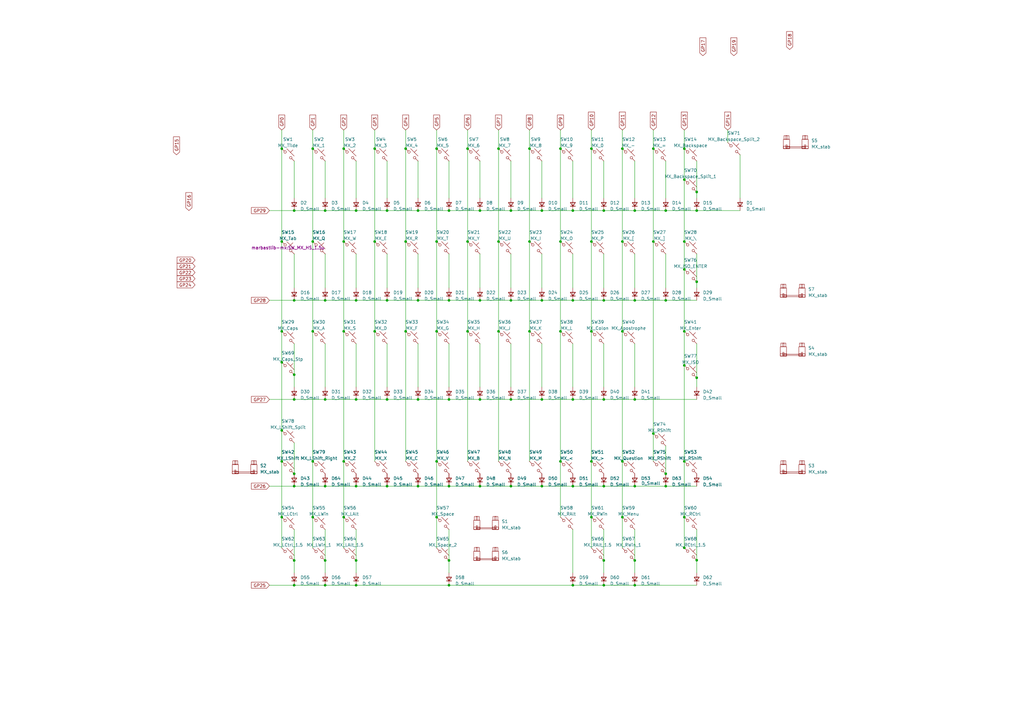
<source format=kicad_sch>
(kicad_sch (version 20230121) (generator eeschema)
  (paper "A3")
  (lib_symbols
    (symbol "Device:D_Small" (pin_numbers hide) (pin_names (offset 0.254) hide)
      (property "Reference" "D" (at -1.27 2.032 0))
      (property "Value" "D_Small" (at -3.81 -2.032 0))
      (symbol "D_Small_1_1"
        (pin passive line (at -2.54 0 0) (length 1.778) (name "K") (number "1"))
        (pin passive line (at 2.54 0 180) (length 1.778) (name "A") (number "2"))
      )
    )
    (symbol "marbastlib-mx:MX_SW_solder" (pin_numbers hide) (pin_names (offset 1.016) hide)
      (property "Reference" "SW" (at 3.048 1.016 0))
      (property "Value" "MX_SW_solder" (at 0 -3.81 0))
      (symbol "MX_SW_solder_0_1"
        (pin passive line (at -2.54 2.54 0) (length 0) (name "1") (number "1"))
        (pin passive line (at 2.54 -2.54 180) (length 0) (name "2") (number "2"))
      )
    )
    (symbol "marbastlib-mx:MX_stab" (pin_names (offset 1.016))
      (property "Reference" "S" (at -5.08 6.35 0))
      (property "Value" "MX_stab" (at -5.08 3.81 0))
    )
  )
  (junction (at 217.17 135.89))
  (junction (at 280.67 212.09))
  (junction (at 280.67 73.66))
  (junction (at 222.25 199.39))
  (junction (at 217.17 99.06))
  (junction (at 158.75 199.39))
  (junction (at 234.95 86.36))
  (junction (at 273.05 86.36))
  (junction (at 260.35 86.36))
  (junction (at 128.27 135.89))
  (junction (at 120.65 229.87))
  (junction (at 285.75 115.57))
  (junction (at 191.77 60.96))
  (junction (at 115.57 135.89))
  (junction (at 158.75 123.19))
  (junction (at 260.35 199.39))
  (junction (at 115.57 176.53))
  (junction (at 196.85 199.39))
  (junction (at 128.27 212.09))
  (junction (at 179.07 60.96))
  (junction (at 204.47 99.06))
  (junction (at 153.67 135.89))
  (junction (at 209.55 123.19))
  (junction (at 209.55 199.39))
  (junction (at 184.15 199.39))
  (junction (at 171.45 123.19))
  (junction (at 120.65 163.83))
  (junction (at 267.97 99.06))
  (junction (at 229.87 189.23))
  (junction (at 166.37 135.89))
  (junction (at 153.67 60.96))
  (junction (at 234.95 240.03))
  (junction (at 184.15 240.03))
  (junction (at 260.35 163.83))
  (junction (at 204.47 60.96))
  (junction (at 140.97 60.96))
  (junction (at 234.95 199.39))
  (junction (at 242.57 212.09))
  (junction (at 120.65 194.31))
  (junction (at 153.67 99.06))
  (junction (at 255.27 212.09))
  (junction (at 234.95 163.83))
  (junction (at 140.97 212.09))
  (junction (at 140.97 99.06))
  (junction (at 184.15 163.83))
  (junction (at 146.05 123.19))
  (junction (at 133.35 123.19))
  (junction (at 196.85 163.83))
  (junction (at 247.65 86.36))
  (junction (at 120.65 123.19))
  (junction (at 280.67 110.49))
  (junction (at 234.95 123.19))
  (junction (at 229.87 135.89))
  (junction (at 133.35 240.03))
  (junction (at 204.47 135.89))
  (junction (at 273.05 123.19))
  (junction (at 120.65 153.67))
  (junction (at 247.65 163.83))
  (junction (at 115.57 99.06))
  (junction (at 179.07 99.06))
  (junction (at 280.67 99.06))
  (junction (at 196.85 123.19))
  (junction (at 146.05 199.39))
  (junction (at 179.07 212.09))
  (junction (at 260.35 123.19))
  (junction (at 222.25 163.83))
  (junction (at 229.87 60.96))
  (junction (at 285.75 229.7596))
  (junction (at 247.65 199.39))
  (junction (at 267.97 177.8))
  (junction (at 273.05 194.31))
  (junction (at 267.97 60.96))
  (junction (at 209.55 163.83))
  (junction (at 285.75 154.94))
  (junction (at 171.45 199.39))
  (junction (at 146.05 229.87))
  (junction (at 158.75 86.36))
  (junction (at 140.97 189.23))
  (junction (at 260.35 240.03))
  (junction (at 140.97 135.89))
  (junction (at 166.37 99.06))
  (junction (at 247.65 240.03))
  (junction (at 222.25 123.19))
  (junction (at 179.07 135.89))
  (junction (at 115.57 189.23))
  (junction (at 196.85 86.36))
  (junction (at 280.67 60.96))
  (junction (at 280.67 189.23))
  (junction (at 171.45 163.83))
  (junction (at 255.27 135.89))
  (junction (at 242.57 189.23))
  (junction (at 247.65 123.19))
  (junction (at 217.17 60.96))
  (junction (at 171.45 86.36))
  (junction (at 242.57 60.96))
  (junction (at 285.75 86.36))
  (junction (at 255.27 189.23))
  (junction (at 115.57 212.09))
  (junction (at 255.27 60.96))
  (junction (at 133.35 163.83))
  (junction (at 247.65 229.87))
  (junction (at 285.75 78.74))
  (junction (at 273.05 199.39))
  (junction (at 242.57 135.89))
  (junction (at 191.77 135.89))
  (junction (at 222.25 86.36))
  (junction (at 229.87 99.06))
  (junction (at 158.75 163.83))
  (junction (at 146.05 163.83))
  (junction (at 184.15 86.36))
  (junction (at 146.05 240.03))
  (junction (at 184.15 123.19))
  (junction (at 280.67 135.89))
  (junction (at 242.57 99.06))
  (junction (at 260.35 229.87))
  (junction (at 120.65 86.36))
  (junction (at 280.67 224.6796))
  (junction (at 146.05 86.36))
  (junction (at 115.57 60.96))
  (junction (at 120.65 240.03))
  (junction (at 133.35 199.39))
  (junction (at 128.27 99.06))
  (junction (at 133.35 229.87))
  (junction (at 115.57 148.59))
  (junction (at 128.27 60.96))
  (junction (at 120.65 199.39))
  (junction (at 166.37 60.96))
  (junction (at 209.55 86.36))
  (junction (at 191.77 99.06))
  (junction (at 128.27 189.23))
  (junction (at 179.07 189.23))
  (junction (at 255.27 99.06))
  (junction (at 133.35 86.36))
  (junction (at 184.15 229.87))
  (junction (at 280.67 149.86))
  (wire (pts (xy 184.15 158.75) (xy 184.15 140.97)))
  (wire (pts (xy 234.95 123.19) (xy 247.65 123.19)))
  (wire (pts (xy 171.45 86.36) (xy 184.15 86.36)))
  (wire (pts (xy 179.07 99.06) (xy 179.07 135.89)))
  (wire (pts (xy 171.45 158.75) (xy 171.45 140.97)))
  (wire (pts (xy 222.25 163.83) (xy 234.95 163.83)))
  (wire (pts (xy 196.85 123.19) (xy 209.55 123.19)))
  (wire (pts (xy 222.25 158.75) (xy 222.25 140.97)))
  (wire (pts (xy 171.45 163.83) (xy 184.15 163.83)))
  (wire (pts (xy 285.75 234.95) (xy 285.75 229.7596)))
  (wire (pts (xy 128.27 212.09) (xy 128.27 224.79)))
  (wire (pts (xy 120.65 163.83) (xy 133.35 163.83)))
  (wire (pts (xy 255.27 60.96) (xy 255.27 99.06)))
  (wire (pts (xy 280.67 212.09) (xy 280.67 224.6796)))
  (wire (pts (xy 191.77 99.06) (xy 191.77 135.89)))
  (wire (pts (xy 285.75 78.74) (xy 285.75 66.04)))
  (wire (pts (xy 234.95 240.03) (xy 247.65 240.03)))
  (wire (pts (xy 285.75 115.57) (xy 285.75 104.14)))
  (wire (pts (xy 146.05 118.11) (xy 146.05 104.14)))
  (wire (pts (xy 184.15 86.36) (xy 196.85 86.36)))
  (wire (pts (xy 184.15 229.87) (xy 184.15 217.17)))
  (wire (pts (xy 184.15 81.28) (xy 184.15 66.04)))
  (wire (pts (xy 267.97 99.06) (xy 267.97 177.8)))
  (wire (pts (xy 234.95 118.11) (xy 234.95 104.14)))
  (wire (pts (xy 110.49 86.36) (xy 120.65 86.36)))
  (wire (pts (xy 184.15 118.11) (xy 184.15 104.14)))
  (wire (pts (xy 217.17 99.06) (xy 217.17 135.89)))
  (wire (pts (xy 120.65 153.67) (xy 120.65 140.97)))
  (wire (pts (xy 247.65 199.39) (xy 260.35 199.39)))
  (wire (pts (xy 120.65 240.03) (xy 133.35 240.03)))
  (wire (pts (xy 184.15 199.39) (xy 196.85 199.39)))
  (wire (pts (xy 260.35 234.95) (xy 260.35 229.87)))
  (wire (pts (xy 191.77 53.34) (xy 191.77 60.96)))
  (wire (pts (xy 285.75 154.94) (xy 285.75 140.97)))
  (wire (pts (xy 229.87 135.89) (xy 229.87 189.23)))
  (wire (pts (xy 128.27 189.23) (xy 128.27 212.09)))
  (wire (pts (xy 184.15 163.83) (xy 196.85 163.83)))
  (wire (pts (xy 285.75 81.28) (xy 285.75 78.74)))
  (wire (pts (xy 260.35 81.28) (xy 260.35 66.04)))
  (wire (pts (xy 234.95 163.83) (xy 247.65 163.83)))
  (wire (pts (xy 146.05 240.03) (xy 184.15 240.03)))
  (wire (pts (xy 110.49 163.83) (xy 120.65 163.83)))
  (wire (pts (xy 196.85 81.28) (xy 196.85 66.04)))
  (wire (pts (xy 128.27 60.96) (xy 128.27 99.06)))
  (wire (pts (xy 158.75 158.75) (xy 158.75 140.97)))
  (wire (pts (xy 280.67 73.66) (xy 280.67 99.06)))
  (wire (pts (xy 140.97 53.34) (xy 140.97 60.96)))
  (wire (pts (xy 115.57 148.59) (xy 115.57 176.53)))
  (wire (pts (xy 273.05 81.28) (xy 273.05 66.04)))
  (wire (pts (xy 179.07 53.34) (xy 179.07 60.96)))
  (wire (pts (xy 133.35 163.83) (xy 146.05 163.83)))
  (wire (pts (xy 229.87 99.06) (xy 229.87 135.89)))
  (wire (pts (xy 280.67 53.34) (xy 280.67 60.96)))
  (wire (pts (xy 247.65 163.83) (xy 260.35 163.83)))
  (wire (pts (xy 196.85 158.75) (xy 196.85 140.97)))
  (wire (pts (xy 128.27 135.89) (xy 128.27 189.23)))
  (wire (pts (xy 184.15 240.03) (xy 234.95 240.03)))
  (wire (pts (xy 255.27 135.89) (xy 255.27 189.23)))
  (wire (pts (xy 120.65 123.19) (xy 133.35 123.19)))
  (wire (pts (xy 140.97 99.06) (xy 140.97 135.89)))
  (wire (pts (xy 242.57 135.89) (xy 242.57 189.23)))
  (wire (pts (xy 229.87 53.34) (xy 229.87 60.96)))
  (wire (pts (xy 146.05 123.19) (xy 158.75 123.19)))
  (wire (pts (xy 260.35 118.11) (xy 260.35 104.14)))
  (wire (pts (xy 146.05 199.39) (xy 158.75 199.39)))
  (wire (pts (xy 273.05 86.36) (xy 285.75 86.36)))
  (wire (pts (xy 158.75 123.19) (xy 171.45 123.19)))
  (wire (pts (xy 217.17 60.96) (xy 217.17 99.06)))
  (wire (pts (xy 204.47 135.89) (xy 204.47 189.23)))
  (wire (pts (xy 222.25 86.36) (xy 234.95 86.36)))
  (wire (pts (xy 120.65 229.87) (xy 120.65 217.17)))
  (wire (pts (xy 133.35 199.39) (xy 146.05 199.39)))
  (wire (pts (xy 196.85 118.11) (xy 196.85 104.14)))
  (wire (pts (xy 158.75 163.83) (xy 171.45 163.83)))
  (wire (pts (xy 179.07 189.23) (xy 179.07 212.09)))
  (wire (pts (xy 110.49 123.19) (xy 120.65 123.19)))
  (wire (pts (xy 209.55 86.36) (xy 222.25 86.36)))
  (wire (pts (xy 209.55 163.83) (xy 222.25 163.83)))
  (wire (pts (xy 166.37 99.06) (xy 166.37 135.89)))
  (wire (pts (xy 133.35 240.03) (xy 146.05 240.03)))
  (wire (pts (xy 285.75 229.7596) (xy 285.75 217.17)))
  (wire (pts (xy 158.75 118.11) (xy 158.75 104.14)))
  (wire (pts (xy 166.37 60.96) (xy 166.37 99.06)))
  (wire (pts (xy 115.57 176.53) (xy 115.57 189.23)))
  (wire (pts (xy 196.85 163.83) (xy 209.55 163.83)))
  (wire (pts (xy 153.67 99.06) (xy 153.67 135.89)))
  (wire (pts (xy 209.55 158.75) (xy 209.55 140.97)))
  (wire (pts (xy 196.85 199.39) (xy 209.55 199.39)))
  (wire (pts (xy 260.35 229.87) (xy 260.35 217.17)))
  (wire (pts (xy 280.67 99.06) (xy 280.67 110.49)))
  (wire (pts (xy 146.05 163.83) (xy 158.75 163.83)))
  (wire (pts (xy 280.67 224.6796) (xy 280.67 224.79)))
  (wire (pts (xy 273.05 118.11) (xy 273.05 104.14)))
  (wire (pts (xy 158.75 81.28) (xy 158.75 66.04)))
  (wire (pts (xy 303.53 81.28) (xy 303.53 63.5)))
  (wire (pts (xy 166.37 135.89) (xy 166.37 189.23)))
  (wire (pts (xy 260.35 158.75) (xy 260.35 140.97)))
  (wire (pts (xy 184.15 123.19) (xy 196.85 123.19)))
  (wire (pts (xy 234.95 199.39) (xy 247.65 199.39)))
  (wire (pts (xy 285.75 158.75) (xy 285.75 154.94)))
  (wire (pts (xy 260.35 123.19) (xy 273.05 123.19)))
  (wire (pts (xy 280.67 189.23) (xy 280.67 212.09)))
  (wire (pts (xy 267.97 53.34) (xy 267.97 60.96)))
  (wire (pts (xy 133.35 86.36) (xy 146.05 86.36)))
  (wire (pts (xy 196.85 86.36) (xy 209.55 86.36)))
  (wire (pts (xy 140.97 135.89) (xy 140.97 189.23)))
  (wire (pts (xy 229.87 189.23) (xy 229.87 212.09)))
  (wire (pts (xy 133.35 118.11) (xy 133.35 104.14)))
  (wire (pts (xy 133.35 229.87) (xy 133.35 217.17)))
  (wire (pts (xy 191.77 135.89) (xy 191.77 189.23)))
  (wire (pts (xy 120.65 199.39) (xy 133.35 199.39)))
  (wire (pts (xy 222.25 123.19) (xy 234.95 123.19)))
  (wire (pts (xy 234.95 81.28) (xy 234.95 66.04)))
  (wire (pts (xy 179.07 60.96) (xy 179.07 99.06)))
  (wire (pts (xy 222.25 199.39) (xy 234.95 199.39)))
  (wire (pts (xy 171.45 81.28) (xy 171.45 66.04)))
  (wire (pts (xy 260.35 199.39) (xy 273.05 199.39)))
  (wire (pts (xy 115.57 135.89) (xy 115.57 148.59)))
  (wire (pts (xy 115.57 189.23) (xy 115.57 212.09)))
  (wire (pts (xy 247.65 81.28) (xy 247.65 66.04)))
  (wire (pts (xy 140.97 189.23) (xy 140.97 212.09)))
  (wire (pts (xy 242.57 212.09) (xy 242.57 224.79)))
  (wire (pts (xy 209.55 199.39) (xy 222.25 199.39)))
  (wire (pts (xy 255.27 53.34) (xy 255.27 60.96)))
  (wire (pts (xy 280.67 149.86) (xy 280.67 189.23)))
  (wire (pts (xy 260.35 163.83) (xy 285.75 163.83)))
  (wire (pts (xy 285.75 118.11) (xy 285.75 115.57)))
  (wire (pts (xy 133.35 158.75) (xy 133.35 140.97)))
  (wire (pts (xy 280.67 60.96) (xy 280.67 73.66)))
  (wire (pts (xy 209.55 123.19) (xy 222.25 123.19)))
  (wire (pts (xy 140.97 212.09) (xy 140.97 224.79)))
  (wire (pts (xy 273.05 199.39) (xy 285.75 199.39)))
  (wire (pts (xy 247.65 229.87) (xy 247.65 217.17)))
  (wire (pts (xy 133.35 234.95) (xy 133.35 229.87)))
  (wire (pts (xy 209.55 118.11) (xy 209.55 104.14)))
  (wire (pts (xy 298.45 53.34) (xy 298.45 58.42)))
  (wire (pts (xy 158.75 199.39) (xy 171.45 199.39)))
  (wire (pts (xy 247.65 118.11) (xy 247.65 104.14)))
  (wire (pts (xy 204.47 60.96) (xy 204.47 99.06)))
  (wire (pts (xy 247.65 240.03) (xy 260.35 240.03)))
  (wire (pts (xy 285.75 86.36) (xy 303.53 86.36)))
  (wire (pts (xy 217.17 135.89) (xy 217.17 189.23)))
  (wire (pts (xy 128.27 53.34) (xy 128.27 60.96)))
  (wire (pts (xy 158.75 86.36) (xy 171.45 86.36)))
  (wire (pts (xy 133.35 81.28) (xy 133.35 66.04)))
  (wire (pts (xy 273.05 123.19) (xy 285.75 123.19)))
  (wire (pts (xy 247.65 158.75) (xy 247.65 140.97)))
  (wire (pts (xy 115.57 212.09) (xy 115.57 224.79)))
  (wire (pts (xy 115.57 99.06) (xy 115.57 135.89)))
  (wire (pts (xy 146.05 229.87) (xy 146.05 217.17)))
  (wire (pts (xy 171.45 123.19) (xy 184.15 123.19)))
  (wire (pts (xy 260.35 240.03) (xy 285.75 240.03)))
  (wire (pts (xy 166.37 53.34) (xy 166.37 60.96)))
  (wire (pts (xy 247.65 86.36) (xy 260.35 86.36)))
  (wire (pts (xy 234.95 217.17) (xy 234.95 234.95)))
  (wire (pts (xy 191.77 60.96) (xy 191.77 99.06)))
  (wire (pts (xy 229.87 60.96) (xy 229.87 99.06)))
  (wire (pts (xy 267.97 60.96) (xy 267.97 99.06)))
  (wire (pts (xy 242.57 189.23) (xy 242.57 212.09)))
  (wire (pts (xy 247.65 123.19) (xy 260.35 123.19)))
  (wire (pts (xy 120.65 118.11) (xy 120.65 104.14)))
  (wire (pts (xy 120.65 86.36) (xy 133.35 86.36)))
  (wire (pts (xy 242.57 53.34) (xy 242.57 60.96)))
  (wire (pts (xy 115.57 60.96) (xy 115.57 99.06)))
  (wire (pts (xy 133.35 123.19) (xy 146.05 123.19)))
  (wire (pts (xy 146.05 229.87) (xy 146.05 234.95)))
  (wire (pts (xy 222.25 118.11) (xy 222.25 104.14)))
  (wire (pts (xy 204.47 53.34) (xy 204.47 60.96)))
  (wire (pts (xy 171.45 199.39) (xy 184.15 199.39)))
  (wire (pts (xy 153.67 53.34) (xy 153.67 60.96)))
  (wire (pts (xy 255.27 99.06) (xy 255.27 135.89)))
  (wire (pts (xy 242.57 99.06) (xy 242.57 135.89)))
  (wire (pts (xy 146.05 81.28) (xy 146.05 66.04)))
  (wire (pts (xy 153.67 135.89) (xy 153.67 189.23)))
  (wire (pts (xy 280.67 135.89) (xy 280.67 149.86)))
  (wire (pts (xy 120.65 158.75) (xy 120.65 153.67)))
  (wire (pts (xy 128.27 99.06) (xy 128.27 135.89)))
  (wire (pts (xy 179.07 135.89) (xy 179.07 189.23)))
  (wire (pts (xy 120.65 81.28) (xy 120.65 66.04)))
  (wire (pts (xy 120.65 181.61) (xy 120.65 194.31)))
  (wire (pts (xy 242.57 60.96) (xy 242.57 99.06)))
  (wire (pts (xy 260.35 86.36) (xy 273.05 86.36)))
  (wire (pts (xy 222.25 81.28) (xy 222.25 66.04)))
  (wire (pts (xy 267.97 177.8) (xy 267.97 189.23)))
  (wire (pts (xy 247.65 234.95) (xy 247.65 229.87)))
  (wire (pts (xy 110.49 240.03) (xy 120.65 240.03)))
  (wire (pts (xy 209.55 81.28) (xy 209.55 66.04)))
  (wire (pts (xy 280.67 110.49) (xy 280.67 135.89)))
  (wire (pts (xy 184.15 234.95) (xy 184.15 229.87)))
  (wire (pts (xy 140.97 60.96) (xy 140.97 99.06)))
  (wire (pts (xy 217.17 53.34) (xy 217.17 60.96)))
  (wire (pts (xy 146.05 158.75) (xy 146.05 140.97)))
  (wire (pts (xy 120.65 234.95) (xy 120.65 229.87)))
  (wire (pts (xy 179.07 212.09) (xy 179.07 224.79)))
  (wire (pts (xy 110.49 199.39) (xy 120.65 199.39)))
  (wire (pts (xy 234.95 86.36) (xy 247.65 86.36)))
  (wire (pts (xy 204.47 99.06) (xy 204.47 135.89)))
  (wire (pts (xy 171.45 118.11) (xy 171.45 104.14)))
  (wire (pts (xy 115.57 53.34) (xy 115.57 60.96)))
  (wire (pts (xy 255.27 212.09) (xy 255.27 224.79)))
  (wire (pts (xy 255.27 189.23) (xy 255.27 212.09)))
  (wire (pts (xy 146.05 86.36) (xy 158.75 86.36)))
  (wire (pts (xy 273.05 182.88) (xy 273.05 194.31)))
  (wire (pts (xy 153.67 60.96) (xy 153.67 99.06)))
  (wire (pts (xy 234.95 158.75) (xy 234.95 140.97)))
  (global_label "GP0" (shape input) (at 115.57 53.34 90) (property "Intersheetrefs" "${INTERSHEET_REFS}" (effects hide)))
  (global_label "GP5" (shape input) (at 179.07 53.34 90) (property "Intersheetrefs" "${INTERSHEET_REFS}" (effects hide)))
  (global_label "GP6" (shape input) (at 191.77 53.34 90) (property "Intersheetrefs" "${INTERSHEET_REFS}" (effects hide)))
  (global_label "GP24" (shape input) (at 80.01 116.84 180) (property "Intersheetrefs" "${INTERSHEET_REFS}" (effects hide)))
  (global_label "GP17" (shape input) (at 288.29 22.86 90) (property "Intersheetrefs" "${INTERSHEET_REFS}" (effects hide)))
  (global_label "GP22" (shape input) (at 80.01 111.76 180) (property "Intersheetrefs" "${INTERSHEET_REFS}" (effects hide)))
  (global_label "GP18" (shape input) (at 323.85 20.32 90) (property "Intersheetrefs" "${INTERSHEET_REFS}" (effects hide)))
  (global_label "GP3" (shape input) (at 153.67 53.34 90) (property "Intersheetrefs" "${INTERSHEET_REFS}" (effects hide)))
  (global_label "GP2" (shape input) (at 140.97 53.34 90) (property "Intersheetrefs" "${INTERSHEET_REFS}" (effects hide)))
  (global_label "GP23" (shape input) (at 80.01 114.3 180) (property "Intersheetrefs" "${INTERSHEET_REFS}" (effects hide)))
  (global_label "GP1" (shape input) (at 128.27 53.34 90) (property "Intersheetrefs" "${INTERSHEET_REFS}" (effects hide)))
  (global_label "GP20" (shape input) (at 80.01 106.68 180) (property "Intersheetrefs" "${INTERSHEET_REFS}" (effects hide)))
  (global_label "GP10" (shape input) (at 242.57 53.34 90) (property "Intersheetrefs" "${INTERSHEET_REFS}" (effects hide)))
  (global_label "GP14" (shape input) (at 298.45 53.34 90) (property "Intersheetrefs" "${INTERSHEET_REFS}" (effects hide)))
  (global_label "GP19" (shape input) (at 300.99 22.86 90) (property "Intersheetrefs" "${INTERSHEET_REFS}" (effects hide)))
  (global_label "GP11" (shape input) (at 255.27 53.34 90) (property "Intersheetrefs" "${INTERSHEET_REFS}" (effects hide)))
  (global_label "GP7" (shape input) (at 204.47 53.34 90) (property "Intersheetrefs" "${INTERSHEET_REFS}" (effects hide)))
  (global_label "GP16" (shape input) (at 77.47 86.36 90) (property "Intersheetrefs" "${INTERSHEET_REFS}" (effects hide)))
  (global_label "GP4" (shape input) (at 166.37 53.34 90) (property "Intersheetrefs" "${INTERSHEET_REFS}" (effects hide)))
  (global_label "GP27" (shape input) (at 110.49 163.83 180) (property "Intersheetrefs" "${INTERSHEET_REFS}" (effects hide)))
  (global_label "GP13" (shape input) (at 280.67 53.34 90) (property "Intersheetrefs" "${INTERSHEET_REFS}" (effects hide)))
  (global_label "GP12" (shape input) (at 267.97 53.34 90) (property "Intersheetrefs" "${INTERSHEET_REFS}" (effects hide)))
  (global_label "GP25" (shape input) (at 110.49 240.03 180) (property "Intersheetrefs" "${INTERSHEET_REFS}" (effects hide)))
  (global_label "GP28" (shape input) (at 110.49 123.19 180) (property "Intersheetrefs" "${INTERSHEET_REFS}" (effects hide)))
  (global_label "GP8" (shape input) (at 217.17 53.34 90) (property "Intersheetrefs" "${INTERSHEET_REFS}" (effects hide)))
  (global_label "GP21" (shape input) (at 80.01 109.22 180) (property "Intersheetrefs" "${INTERSHEET_REFS}" (effects hide)))
  (global_label "GP29" (shape input) (at 110.49 86.36 180) (property "Intersheetrefs" "${INTERSHEET_REFS}" (effects hide)))
  (global_label "GP9" (shape input) (at 229.87 53.34 90) (property "Intersheetrefs" "${INTERSHEET_REFS}" (effects hide)))
  (global_label "GP26" (shape input) (at 110.49 199.39 180) (property "Intersheetrefs" "${INTERSHEET_REFS}" (effects hide)))
  (global_label "GP15" (shape input) (at 72.39 63.5 90) (property "Intersheetrefs" "${INTERSHEET_REFS}" (effects hide)))
  (symbol (lib_id "Device:D_Small") (at 158.75 161.29 90) (unit 1)
    (property "Reference" "D33" (at 161.29 160.655 90) (effects (justify right)))
    (property "Value" "D_Small" (at 161.29 163.195 90) (effects (justify right)))
    (property "Footprint" "Diode_SMD:D_SOD-123" (effects hide))
  )
  (symbol (lib_id "marbastlib-mx:MX_SW_solder") (at 143.51 214.63 0) (unit 1)
    (property "Reference" "SW56" (at 143.51 208.28 0))
    (property "Value" "MX_LAlt" (at 143.51 210.82 0))
    (property "Footprint" "marbastlib-mx:SW_MX_HS_1.25u" (effects hide))
  )
  (symbol (lib_id "Device:D_Small") (at 285.75 196.85 90) (unit 1)
    (property "Reference" "D54" (at 288.29 196.215 90) (effects (justify right)))
    (property "Value" "D_Small" (at 288.29 198.755 90) (effects (justify right)))
    (property "Footprint" "Diode_SMD:D_SOD-123" (effects hide))
  )
  (symbol (lib_id "Device:D_Small") (at 260.35 161.29 90) (unit 1)
    (property "Reference" "D41" (at 262.89 160.655 90) (effects (justify right)))
    (property "Value" "D_Small" (at 262.89 163.195 90) (effects (justify right)))
    (property "Footprint" "Diode_SMD:D_SOD-123" (effects hide))
  )
  (symbol (lib_id "marbastlib-mx:MX_SW_solder") (at 283.21 227.2196 0) (unit 1)
    (property "Reference" "SW68" (at 283.21 220.98 0))
    (property "Value" "MX_RCtrl_1.5" (at 283.21 223.52 0))
    (property "Footprint" "marbastlib-mx:SW_MX_HS_1.5u" (effects hide))
  )
  (symbol (lib_id "marbastlib-mx:MX_SW_solder") (at 270.51 191.77 0) (unit 1)
    (property "Reference" "SW75" (at 270.51 185.42 0))
    (property "Value" "MX_RShift" (at 270.51 187.96 0))
    (property "Footprint" "marbastlib-mx:SW_MX_HS_S_1u" (effects hide))
  )
  (symbol (lib_id "marbastlib-mx:MX_stab") (at 326.39 58.42 0) (unit 1)
    (property "Reference" "S5" (at 332.74 57.658 0) (effects (justify left)))
    (property "Value" "MX_stab" (at 332.74 60.198 0) (effects (justify left)))
    (property "Footprint" "marbastlib-mx:STAB_MX_P_2u" (effects hide))
  )
  (symbol (lib_id "marbastlib-mx:MX_SW_solder") (at 130.81 191.77 0) (unit 1)
    (property "Reference" "SW79" (at 130.81 185.42 0))
    (property "Value" "MX_LShift_Right" (at 130.81 187.96 0))
    (property "Footprint" "marbastlib-mx:SW_MX_HS_S_1u" (effects hide))
  )
  (symbol (lib_id "marbastlib-mx:MX_SW_solder") (at 156.21 191.77 0) (unit 1)
    (property "Reference" "SW44" (at 156.21 185.42 0))
    (property "Value" "MX_X" (at 156.21 187.96 0))
    (property "Footprint" "marbastlib-mx:SW_MX_HS_S_1u" (effects hide))
  )
  (symbol (lib_id "marbastlib-mx:MX_SW_solder") (at 245.11 227.33 0) (unit 1)
    (property "Reference" "SW66" (at 245.11 220.98 0))
    (property "Value" "MX_RAlt_1.5" (at 245.11 223.52 0))
    (property "Footprint" "marbastlib-mx:SW_MX_HS_1.5u" (effects hide))
  )
  (symbol (lib_id "Device:D_Small") (at 120.65 83.82 90) (unit 1)
    (property "Reference" "D2" (at 123.19 83.185 90) (effects (justify right)))
    (property "Value" "D_Small" (at 123.19 85.725 90) (effects (justify right)))
    (property "Footprint" "Diode_SMD:D_SOD-123" (effects hide))
  )
  (symbol (lib_id "Device:D_Small") (at 171.45 120.65 90) (unit 1)
    (property "Reference" "D20" (at 173.99 120.015 90) (effects (justify right)))
    (property "Value" "D_Small" (at 173.99 122.555 90) (effects (justify right)))
    (property "Footprint" "Diode_SMD:D_SOD-123" (effects hide))
  )
  (symbol (lib_id "marbastlib-mx:MX_SW_solder") (at 194.31 101.6 0) (unit 1)
    (property "Reference" "SW21" (at 194.31 95.25 0))
    (property "Value" "MX_Y" (at 194.31 97.79 0))
    (property "Footprint" "marbastlib-mx:SW_MX_HS_S_1u" (effects hide))
  )
  (symbol (lib_id "Device:D_Small") (at 260.35 83.82 90) (unit 1)
    (property "Reference" "D13" (at 262.89 83.185 90) (effects (justify right)))
    (property "Value" "D_Small" (at 262.89 85.725 90) (effects (justify right)))
    (property "Footprint" "Diode_SMD:D_SOD-123" (effects hide))
  )
  (symbol (lib_id "Device:D_Small") (at 146.05 120.65 90) (unit 1)
    (property "Reference" "D18" (at 148.59 120.015 90) (effects (justify right)))
    (property "Value" "D_Small" (at 148.59 122.555 90) (effects (justify right)))
    (property "Footprint" "Diode_SMD:D_SOD-123" (effects hide))
  )
  (symbol (lib_id "marbastlib-mx:MX_SW_solder") (at 207.01 101.6 0) (unit 1)
    (property "Reference" "SW22" (at 207.01 95.25 0))
    (property "Value" "MX_U" (at 207.01 97.79 0))
    (property "Footprint" "marbastlib-mx:SW_MX_HS_S_1u" (effects hide))
  )
  (symbol (lib_id "Device:D_Small") (at 247.65 161.29 90) (unit 1)
    (property "Reference" "D40" (at 250.19 160.655 90) (effects (justify right)))
    (property "Value" "D_Small" (at 250.19 163.195 90) (effects (justify right)))
    (property "Footprint" "Diode_SMD:D_SOD-123" (effects hide))
  )
  (symbol (lib_id "Device:D_Small") (at 146.05 83.82 90) (unit 1)
    (property "Reference" "D4" (at 148.59 83.185 90) (effects (justify right)))
    (property "Value" "D_Small" (at 148.59 85.725 90) (effects (justify right)))
    (property "Footprint" "Diode_SMD:D_SOD-123" (effects hide))
  )
  (symbol (lib_id "marbastlib-mx:MX_stab") (at 199.39 214.63 0) (unit 1)
    (property "Reference" "S1" (at 205.74 213.868 0) (effects (justify left)))
    (property "Value" "MX_stab" (at 205.74 216.408 0) (effects (justify left)))
    (property "Footprint" "marbastlib-mx:STAB_MX_P_6.25u" (effects hide))
  )
  (symbol (lib_id "marbastlib-mx:MX_SW_solder") (at 156.21 63.5 0) (unit 1)
    (property "Reference" "SW4" (at 156.21 57.15 0))
    (property "Value" "MX_3" (at 156.21 59.69 0))
    (property "Footprint" "marbastlib-mx:SW_MX_HS_S_1u" (effects hide))
  )
  (symbol (lib_id "Device:D_Small") (at 146.05 161.29 90) (unit 1)
    (property "Reference" "D32" (at 148.59 160.655 90) (effects (justify right)))
    (property "Value" "D_Small" (at 148.59 163.195 90) (effects (justify right)))
    (property "Footprint" "Diode_SMD:D_SOD-123" (effects hide))
  )
  (symbol (lib_id "Device:D_Small") (at 273.05 120.65 90) (unit 1)
    (property "Reference" "D28" (at 275.59 120.015 90) (effects (justify right)))
    (property "Value" "D_Small" (at 275.59 122.555 90) (effects (justify right)))
    (property "Footprint" "Diode_SMD:D_SOD-123" (effects hide))
  )
  (symbol (lib_id "Device:D_Small") (at 260.35 237.49 90) (unit 1)
    (property "Reference" "D61" (at 262.89 236.855 90) (effects (justify right)))
    (property "Value" "D_Small" (at 262.89 239.395 90) (effects (justify right)))
    (property "Footprint" "Diode_SMD:D_SOD-123" (effects hide))
  )
  (symbol (lib_id "marbastlib-mx:MX_SW_solder") (at 143.51 191.77 0) (unit 1)
    (property "Reference" "SW43" (at 143.51 185.42 0))
    (property "Value" "MX_Z" (at 143.51 187.96 0))
    (property "Footprint" "marbastlib-mx:SW_MX_HS_S_1u" (effects hide))
  )
  (symbol (lib_id "marbastlib-mx:MX_SW_solder") (at 283.21 191.77 0) (unit 1)
    (property "Reference" "SW53" (at 283.21 185.42 0))
    (property "Value" "MX_RShift" (at 283.21 187.96 0))
    (property "Footprint" "marbastlib-mx:SW_MX_HS_S_1u" (effects hide))
  )
  (symbol (lib_id "marbastlib-mx:MX_SW_solder") (at 118.11 179.07 0) (unit 1)
    (property "Reference" "SW78" (at 118.11 172.72 0))
    (property "Value" "MX_LShift_Split" (at 118.11 175.26 0))
    (property "Footprint" "marbastlib-mx:SW_MX_HS_1.25u" (effects hide))
  )
  (symbol (lib_id "marbastlib-mx:MX_SW_solder") (at 181.61 138.43 0) (unit 1)
    (property "Reference" "SW34" (at 181.61 132.08 0))
    (property "Value" "MX_G" (at 181.61 134.62 0))
    (property "Footprint" "marbastlib-mx:SW_MX_HS_S_1u" (effects hide))
  )
  (symbol (lib_id "Device:D_Small") (at 222.25 120.65 90) (unit 1)
    (property "Reference" "D24" (at 224.79 120.015 90) (effects (justify right)))
    (property "Value" "D_Small" (at 224.79 122.555 90) (effects (justify right)))
    (property "Footprint" "Diode_SMD:D_SOD-123" (effects hide))
  )
  (symbol (lib_id "marbastlib-mx:MX_SW_solder") (at 181.61 191.77 0) (unit 1)
    (property "Reference" "SW46" (at 181.61 185.42 0))
    (property "Value" "MX_V" (at 181.61 187.96 0))
    (property "Footprint" "marbastlib-mx:SW_MX_HS_S_1u" (effects hide))
  )
  (symbol (lib_id "marbastlib-mx:MX_stab") (at 325.12 143.51 0) (unit 1)
    (property "Reference" "S4" (at 331.47 142.748 0) (effects (justify left)))
    (property "Value" "MX_stab" (at 331.47 145.288 0) (effects (justify left)))
    (property "Footprint" "marbastlib-mx:STAB_MX_P_2.25u" (effects hide))
  )
  (symbol (lib_id "Device:D_Small") (at 133.35 196.85 90) (unit 1)
    (property "Reference" "D64" (at 135.89 196.215 90) (effects (justify right)))
    (property "Value" "D_Small" (at 135.89 198.755 90) (effects (justify right)))
    (property "Footprint" "Diode_SMD:D_SOD-123" (effects hide))
  )
  (symbol (lib_id "Device:D_Small") (at 196.85 120.65 90) (unit 1)
    (property "Reference" "D22" (at 199.39 120.015 90) (effects (justify right)))
    (property "Value" "D_Small" (at 199.39 122.555 90) (effects (justify right)))
    (property "Footprint" "Diode_SMD:D_SOD-123" (effects hide))
  )
  (symbol (lib_id "Device:D_Small") (at 146.05 237.49 90) (unit 1)
    (property "Reference" "D57" (at 148.59 236.855 90) (effects (justify right)))
    (property "Value" "D_Small" (at 148.59 239.395 90) (effects (justify right)))
    (property "Footprint" "Diode_SMD:D_SOD-123" (effects hide))
  )
  (symbol (lib_id "Device:D_Small") (at 120.65 237.49 90) (unit 1)
    (property "Reference" "D55" (at 123.19 236.855 90) (effects (justify right)))
    (property "Value" "D_Small" (at 123.19 239.395 90) (effects (justify right)))
    (property "Footprint" "Diode_SMD:D_SOD-123" (effects hide))
  )
  (symbol (lib_id "marbastlib-mx:MX_SW_solder") (at 232.41 101.6 0) (unit 1)
    (property "Reference" "SW24" (at 232.41 95.25 0))
    (property "Value" "MX_O" (at 232.41 97.79 0))
    (property "Footprint" "marbastlib-mx:SW_MX_HS_S_1u" (effects hide))
  )
  (symbol (lib_id "Device:D_Small") (at 222.25 161.29 90) (unit 1)
    (property "Reference" "D38" (at 224.79 160.655 90) (effects (justify right)))
    (property "Value" "D_Small" (at 224.79 163.195 90) (effects (justify right)))
    (property "Footprint" "Diode_SMD:D_SOD-123" (effects hide))
  )
  (symbol (lib_id "Device:D_Small") (at 234.95 120.65 90) (unit 1)
    (property "Reference" "D25" (at 237.49 120.015 90) (effects (justify right)))
    (property "Value" "D_Small" (at 237.49 122.555 90) (effects (justify right)))
    (property "Footprint" "Diode_SMD:D_SOD-123" (effects hide))
  )
  (symbol (lib_id "marbastlib-mx:MX_SW_solder") (at 118.11 214.63 0) (unit 1)
    (property "Reference" "SW54" (at 118.11 208.28 0))
    (property "Value" "MX_LCtrl" (at 118.11 210.82 0))
    (property "Footprint" "marbastlib-mx:SW_MX_HS_1.25u" (effects hide))
  )
  (symbol (lib_id "Device:D_Small") (at 133.35 161.29 90) (unit 1)
    (property "Reference" "D31" (at 135.89 160.655 90) (effects (justify right)))
    (property "Value" "D_Small" (at 135.89 163.195 90) (effects (justify right)))
    (property "Footprint" "Diode_SMD:D_SOD-123" (effects hide))
  )
  (symbol (lib_id "marbastlib-mx:MX_SW_solder") (at 270.51 101.6 0) (unit 1)
    (property "Reference" "SW27" (at 270.51 95.25 0))
    (property "Value" "MX_]" (at 270.51 97.79 0))
    (property "Footprint" "marbastlib-mx:SW_MX_HS_S_1u" (effects hide))
  )
  (symbol (lib_id "marbastlib-mx:MX_SW_solder") (at 283.21 101.6 0) (unit 1)
    (property "Reference" "SW28" (at 283.21 95.25 0))
    (property "Value" "MX_\\" (at 283.21 97.79 0))
    (property "Footprint" "marbastlib-mx:SW_MX_HS_1.5u" (effects hide))
  )
  (symbol (lib_id "marbastlib-mx:MX_SW_solder") (at 245.11 138.43 0) (unit 1)
    (property "Reference" "SW39" (at 245.11 132.08 0))
    (property "Value" "MX_Colon" (at 245.11 134.62 0))
    (property "Footprint" "marbastlib-mx:SW_MX_HS_S_1u" (effects hide))
  )
  (symbol (lib_id "marbastlib-mx:MX_SW_solder") (at 257.81 101.6 0) (unit 1)
    (property "Reference" "SW26" (at 257.81 95.25 0))
    (property "Value" "MX_[" (at 257.81 97.79 0))
    (property "Footprint" "marbastlib-mx:SW_MX_HS_S_1u" (effects hide))
  )
  (symbol (lib_id "Device:D_Small") (at 184.15 196.85 90) (unit 1)
    (property "Reference" "D47" (at 186.69 196.215 90) (effects (justify right)))
    (property "Value" "D_Small" (at 186.69 198.755 90) (effects (justify right)))
    (property "Footprint" "Diode_SMD:D_SOD-123" (effects hide))
  )
  (symbol (lib_id "marbastlib-mx:MX_SW_solder") (at 257.81 63.5 0) (unit 1)
    (property "Reference" "SW12" (at 257.81 57.15 0))
    (property "Value" "MX_-" (at 257.81 59.69 0))
    (property "Footprint" "marbastlib-mx:SW_MX_HS_S_1u" (effects hide))
  )
  (symbol (lib_id "Device:D_Small") (at 222.25 196.85 90) (unit 1)
    (property "Reference" "D50" (at 224.79 196.215 90) (effects (justify right)))
    (property "Value" "D_Small" (at 224.79 198.755 90) (effects (justify right)))
    (property "Footprint" "Diode_SMD:D_SOD-123" (effects hide))
  )
  (symbol (lib_id "Device:D_Small") (at 158.75 120.65 90) (unit 1)
    (property "Reference" "D19" (at 161.29 120.015 90) (effects (justify right)))
    (property "Value" "D_Small" (at 161.29 122.555 90) (effects (justify right)))
    (property "Footprint" "Diode_SMD:D_SOD-123" (effects hide))
  )
  (symbol (lib_id "marbastlib-mx:MX_SW_solder") (at 143.51 227.33 0) (unit 1)
    (property "Reference" "SW64" (at 143.51 220.98 0))
    (property "Value" "MX_LAlt_1.5" (at 143.51 223.52 0))
    (property "Footprint" "marbastlib-mx:SW_MX_HS_1.5u" (effects hide))
  )
  (symbol (lib_id "marbastlib-mx:MX_SW_solder") (at 194.31 191.77 0) (unit 1)
    (property "Reference" "SW47" (at 194.31 185.42 0))
    (property "Value" "MX_B" (at 194.31 187.96 0))
    (property "Footprint" "marbastlib-mx:SW_MX_HS_S_1u" (effects hide))
  )
  (symbol (lib_id "marbastlib-mx:MX_SW_solder") (at 194.31 63.5 0) (unit 1)
    (property "Reference" "SW7" (at 194.31 57.15 0))
    (property "Value" "MX_6" (at 194.31 59.69 0))
    (property "Footprint" "marbastlib-mx:SW_MX_HS_S_1u" (effects hide))
  )
  (symbol (lib_id "marbastlib-mx:MX_SW_solder") (at 245.11 191.77 0) (unit 1)
    (property "Reference" "SW51" (at 245.11 185.42 0))
    (property "Value" "MX_>" (at 245.11 187.96 0))
    (property "Footprint" "marbastlib-mx:SW_MX_HS_S_1u" (effects hide))
  )
  (symbol (lib_id "Device:D_Small") (at 120.65 161.29 90) (unit 1)
    (property "Reference" "D30" (at 123.19 160.655 90) (effects (justify right)))
    (property "Value" "D_Small" (at 123.19 163.195 90) (effects (justify right)))
    (property "Footprint" "Diode_SMD:D_SOD-123" (effects hide))
  )
  (symbol (lib_id "Device:D_Small") (at 120.65 120.65 90) (unit 1)
    (property "Reference" "D16" (at 123.19 120.015 90) (effects (justify right)))
    (property "Value" "D_Small" (at 123.19 122.555 90) (effects (justify right)))
    (property "Footprint" "Diode_SMD:D_SOD-123" (effects hide))
  )
  (symbol (lib_id "marbastlib-mx:MX_SW_solder") (at 143.51 138.43 0) (unit 1)
    (property "Reference" "SW31" (at 143.51 132.08 0))
    (property "Value" "MX_S" (at 143.51 134.62 0))
    (property "Footprint" "marbastlib-mx:SW_MX_HS_S_1u" (effects hide))
  )
  (symbol (lib_id "Device:D_Small") (at 184.15 237.49 90) (unit 1)
    (property "Reference" "D58" (at 186.69 236.855 90) (effects (justify right)))
    (property "Value" "D_Small" (at 186.69 239.395 90) (effects (justify right)))
    (property "Footprint" "Diode_SMD:D_SOD-123" (effects hide))
  )
  (symbol (lib_id "marbastlib-mx:MX_SW_solder") (at 245.11 214.63 0) (unit 1)
    (property "Reference" "SW61" (at 245.11 208.28 0))
    (property "Value" "MX_RWin" (at 245.11 210.82 0))
    (property "Footprint" "marbastlib-mx:SW_MX_HS_1.25u" (effects hide))
  )
  (symbol (lib_id "Device:D_Small") (at 120.65 196.85 90) (unit 1)
    (property "Reference" "D43" (at 123.19 196.215 90) (effects (justify right)))
    (property "Value" "D_Small" (at 123.19 198.755 90) (effects (justify right)))
    (property "Footprint" "Diode_SMD:D_SOD-123" (effects hide))
  )
  (symbol (lib_id "marbastlib-mx:MX_SW_solder") (at 270.51 63.5 0) (unit 1)
    (property "Reference" "SW13" (at 270.51 57.15 0))
    (property "Value" "MX_=" (at 270.51 59.69 0))
    (property "Footprint" "marbastlib-mx:SW_MX_HS_S_1u" (effects hide))
  )
  (symbol (lib_id "marbastlib-mx:MX_stab") (at 100.33 191.77 0) (unit 1)
    (property "Reference" "S2" (at 106.68 191.008 0) (effects (justify left)))
    (property "Value" "MX_stab" (at 106.68 193.548 0) (effects (justify left)))
    (property "Footprint" "marbastlib-mx:STAB_MX_P_2.25u" (effects hide))
  )
  (symbol (lib_id "marbastlib-mx:MX_SW_solder") (at 232.41 214.63 0) (unit 1)
    (property "Reference" "SW58" (at 232.41 208.28 0))
    (property "Value" "MX_RAlt" (at 232.41 210.82 0))
    (property "Footprint" "marbastlib-mx:SW_MX_HS_1.25u" (effects hide))
  )
  (symbol (lib_id "Device:D_Small") (at 247.65 120.65 90) (unit 1)
    (property "Reference" "D26" (at 250.19 120.015 90) (effects (justify right)))
    (property "Value" "D_Small" (at 250.19 122.555 90) (effects (justify right)))
    (property "Footprint" "Diode_SMD:D_SOD-123" (effects hide))
  )
  (symbol (lib_id "Device:D_Small") (at 247.65 237.49 90) (unit 1)
    (property "Reference" "D60" (at 250.19 236.855 90) (effects (justify right)))
    (property "Value" "D_Small" (at 250.19 239.395 90) (effects (justify right)))
    (property "Footprint" "Diode_SMD:D_SOD-123" (effects hide))
  )
  (symbol (lib_id "marbastlib-mx:MX_SW_solder") (at 283.21 63.5 0) (unit 1)
    (property "Reference" "SW14" (at 283.21 57.15 0))
    (property "Value" "MX_Backspace" (at 283.21 59.69 0))
    (property "Footprint" "marbastlib-mx:SW_MX_HS_S_1u" (effects hide))
  )
  (symbol (lib_id "Device:D_Small") (at 285.75 161.29 90) (unit 1)
    (property "Reference" "D42" (at 288.29 160.655 90) (effects (justify right)))
    (property "Value" "D_Small" (at 288.29 163.195 90) (effects (justify right)))
    (property "Footprint" "Diode_SMD:D_SOD-123" (effects hide))
  )
  (symbol (lib_id "marbastlib-mx:MX_SW_solder") (at 156.21 138.43 0) (unit 1)
    (property "Reference" "SW32" (at 156.21 132.08 0))
    (property "Value" "MX_D" (at 156.21 134.62 0))
    (property "Footprint" "marbastlib-mx:SW_MX_HS_S_1u" (effects hide))
  )
  (symbol (lib_id "marbastlib-mx:MX_stab") (at 199.39 227.33 0) (unit 1)
    (property "Reference" "S6" (at 205.74 226.568 0) (effects (justify left)))
    (property "Value" "MX_stab" (at 205.74 229.108 0) (effects (justify left)))
    (property "Footprint" "marbastlib-mx:STAB_MX_P_7u" (effects hide))
  )
  (symbol (lib_id "marbastlib-mx:MX_SW_solder") (at 257.81 227.33 0) (unit 1)
    (property "Reference" "SW67" (at 257.81 220.98 0))
    (property "Value" "MX_RWin_1" (at 257.81 223.52 0))
    (property "Footprint" "marbastlib-mx:SW_MX_HS_S_1u" (effects hide))
  )
  (symbol (lib_id "Device:D_Small") (at 285.75 83.82 90) (unit 1)
    (property "Reference" "D15" (at 288.29 83.185 90) (effects (justify right)))
    (property "Value" "D_Small" (at 288.29 85.725 90) (effects (justify right)))
    (property "Footprint" "Diode_SMD:D_SOD-123" (effects hide))
  )
  (symbol (lib_id "Device:D_Small") (at 209.55 83.82 90) (unit 1)
    (property "Reference" "D9" (at 212.09 83.185 90) (effects (justify right)))
    (property "Value" "D_Small" (at 212.09 85.725 90) (effects (justify right)))
    (property "Footprint" "Diode_SMD:D_SOD-123" (effects hide))
  )
  (symbol (lib_id "marbastlib-mx:MX_SW_solder") (at 270.51 180.34 0) (unit 1)
    (property "Reference" "SW74" (at 270.51 173.99 0))
    (property "Value" "MX_RShift" (at 270.51 176.53 0))
    (property "Footprint" "marbastlib-mx:SW_MX_HS_1.75u" (effects hide))
  )
  (symbol (lib_id "marbastlib-mx:MX_SW_solder") (at 143.51 101.6 0) (unit 1)
    (property "Reference" "SW17" (at 143.51 95.25 0))
    (property "Value" "MX_W" (at 143.51 97.79 0))
    (property "Footprint" "marbastlib-mx:SW_MX_HS_S_1u" (effects hide))
  )
  (symbol (lib_id "Device:D_Small") (at 171.45 196.85 90) (unit 1)
    (property "Reference" "D46" (at 173.99 196.215 90) (effects (justify right)))
    (property "Value" "D_Small" (at 173.99 198.755 90) (effects (justify right)))
    (property "Footprint" "Diode_SMD:D_SOD-123" (effects hide))
  )
  (symbol (lib_id "Device:D_Small") (at 209.55 196.85 90) (unit 1)
    (property "Reference" "D49" (at 212.09 196.215 90) (effects (justify right)))
    (property "Value" "D_Small" (at 212.09 198.755 90) (effects (justify right)))
    (property "Footprint" "Diode_SMD:D_SOD-123" (effects hide))
  )
  (symbol (lib_id "Device:D_Small") (at 234.95 161.29 90) (unit 1)
    (property "Reference" "D39" (at 237.49 160.655 90) (effects (justify right)))
    (property "Value" "D_Small" (at 237.49 163.195 90) (effects (justify right)))
    (property "Footprint" "Diode_SMD:D_SOD-123" (effects hide))
  )
  (symbol (lib_id "marbastlib-mx:MX_SW_solder") (at 257.81 214.63 0) (unit 1)
    (property "Reference" "SW59" (at 257.81 208.28 0))
    (property "Value" "MX_Menu" (at 257.81 210.82 0))
    (property "Footprint" "marbastlib-mx:SW_MX_HS_1.25u" (effects hide))
  )
  (symbol (lib_id "marbastlib-mx:MX_SW_solder") (at 118.11 101.6 0) (unit 1)
    (property "Reference" "SW15" (at 118.11 95.25 0))
    (property "Value" "MX_Tab" (at 118.11 97.79 0))
    (property "Footprint" "marbastlib-mx:SW_MX_HS_1.5u" (at 118.11 101.6 0))
  )
  (symbol (lib_id "marbastlib-mx:MX_SW_solder") (at 168.91 191.77 0) (unit 1)
    (property "Reference" "SW45" (at 168.91 185.42 0))
    (property "Value" "MX_C" (at 168.91 187.96 0))
    (property "Footprint" "marbastlib-mx:SW_MX_HS_S_1u" (effects hide))
  )
  (symbol (lib_id "Device:D_Small") (at 133.35 83.82 90) (unit 1)
    (property "Reference" "D3" (at 135.89 83.185 90) (effects (justify right)))
    (property "Value" "D_Small" (at 135.89 85.725 90) (effects (justify right)))
    (property "Footprint" "Diode_SMD:D_SOD-123" (effects hide))
  )
  (symbol (lib_id "Device:D_Small") (at 260.35 196.85 90) (unit 1)
    (property "Reference" "D53" (at 262.89 196.215 90) (effects (justify right)))
    (property "Value" "D_Small" (at 262.9968 198.2211 90) (effects (justify right)))
    (property "Footprint" "Diode_SMD:D_SOD-123" (effects hide))
  )
  (symbol (lib_id "marbastlib-mx:MX_SW_solder") (at 283.21 76.2 0) (unit 1)
    (property "Reference" "SW70" (at 283.21 69.85 0))
    (property "Value" "MX_Backspace_Split_1" (at 283.21 72.39 0))
    (property "Footprint" "marbastlib-mx:SW_MX_HS_S_1u" (effects hide))
  )
  (symbol (lib_id "marbastlib-mx:MX_SW_solder") (at 168.91 138.43 0) (unit 1)
    (property "Reference" "SW33" (at 168.91 132.08 0))
    (property "Value" "MX_F" (at 168.91 134.62 0))
    (property "Footprint" "marbastlib-mx:SW_MX_HS_S_1u" (effects hide))
  )
  (symbol (lib_id "Device:D_Small") (at 133.35 120.65 90) (unit 1)
    (property "Reference" "D17" (at 135.89 120.015 90) (effects (justify right)))
    (property "Value" "D_Small" (at 135.89 122.555 90) (effects (justify right)))
    (property "Footprint" "Diode_SMD:D_SOD-123" (effects hide))
  )
  (symbol (lib_id "marbastlib-mx:MX_SW_solder") (at 232.41 191.77 0) (unit 1)
    (property "Reference" "SW50" (at 232.41 185.42 0))
    (property "Value" "MX_<" (at 232.41 187.96 0))
    (property "Footprint" "marbastlib-mx:SW_MX_HS_S_1u" (effects hide))
  )
  (symbol (lib_id "Device:D_Small") (at 184.15 83.82 90) (unit 1)
    (property "Reference" "D7" (at 186.69 83.185 90) (effects (justify right)))
    (property "Value" "D_Small" (at 186.69 85.725 90) (effects (justify right)))
    (property "Footprint" "Diode_SMD:D_SOD-123" (effects hide))
  )
  (symbol (lib_id "marbastlib-mx:MX_SW_solder") (at 181.61 214.63 0) (unit 1)
    (property "Reference" "SW57" (at 181.61 208.28 0))
    (property "Value" "MX_Space" (at 181.61 210.82 0))
    (property "Footprint" "marbastlib-mx:SW_MX_HS_S_1u" (effects hide))
  )
  (symbol (lib_id "marbastlib-mx:MX_SW_solder") (at 118.11 227.33 0) (unit 1)
    (property "Reference" "SW62" (at 118.11 220.98 0))
    (property "Value" "MX_LCtrl_1.5" (at 118.11 223.52 0))
    (property "Footprint" "marbastlib-mx:SW_MX_HS_1.5u" (effects hide))
  )
  (symbol (lib_id "Device:D_Small") (at 196.85 83.82 90) (unit 1)
    (property "Reference" "D8" (at 199.39 83.185 90) (effects (justify right)))
    (property "Value" "D_Small" (at 199.39 85.725 90) (effects (justify right)))
    (property "Footprint" "Diode_SMD:D_SOD-123" (effects hide))
  )
  (symbol (lib_id "marbastlib-mx:MX_SW_solder") (at 245.11 63.5 0) (unit 1)
    (property "Reference" "SW11" (at 245.11 57.15 0))
    (property "Value" "MX_0" (at 245.11 59.69 0))
    (property "Footprint" "marbastlib-mx:SW_MX_HS_S_1u" (effects hide))
  )
  (symbol (lib_id "Device:D_Small") (at 273.05 83.82 90) (unit 1)
    (property "Reference" "D14" (at 275.59 83.185 90) (effects (justify right)))
    (property "Value" "D_Small" (at 275.59 85.725 90) (effects (justify right)))
    (property "Footprint" "Diode_SMD:D_SOD-123" (effects hide))
  )
  (symbol (lib_id "Device:D_Small") (at 196.85 161.29 90) (unit 1)
    (property "Reference" "D36" (at 199.39 160.655 90) (effects (justify right)))
    (property "Value" "D_Small" (at 199.39 163.195 90) (effects (justify right)))
    (property "Footprint" "Diode_SMD:D_SOD-123" (effects hide))
  )
  (symbol (lib_id "marbastlib-mx:MX_stab") (at 325.12 191.77 0) (unit 1)
    (property "Reference" "S3" (at 331.47 191.008 0) (effects (justify left)))
    (property "Value" "MX_stab" (at 331.47 193.548 0) (effects (justify left)))
    (property "Footprint" "marbastlib-mx:STAB_MX_P_2.75u" (effects hide))
  )
  (symbol (lib_id "marbastlib-mx:MX_SW_solder") (at 143.51 63.5 0) (unit 1)
    (property "Reference" "SW3" (at 143.51 57.15 0))
    (property "Value" "MX_2" (at 143.51 59.69 0))
    (property "Footprint" "marbastlib-mx:SW_MX_HS_S_1u" (effects hide))
  )
  (symbol (lib_id "marbastlib-mx:MX_SW_solder") (at 194.31 138.43 0) (unit 1)
    (property "Reference" "SW35" (at 194.31 132.08 0))
    (property "Value" "MX_H" (at 194.31 134.62 0))
    (property "Footprint" "marbastlib-mx:SW_MX_HS_S_1u" (effects hide))
  )
  (symbol (lib_id "marbastlib-mx:MX_SW_solder") (at 130.81 101.6 0) (unit 1)
    (property "Reference" "SW16" (at 130.81 95.25 0))
    (property "Value" "MX_Q" (at 130.81 97.79 0))
    (property "Footprint" "marbastlib-mx:SW_MX_HS_S_1u" (effects hide))
  )
  (symbol (lib_id "marbastlib-mx:MX_SW_solder") (at 181.61 227.33 0) (unit 1)
    (property "Reference" "SW65" (at 181.61 220.98 0))
    (property "Value" "MX_Space_2" (at 181.61 223.52 0))
    (property "Footprint" "marbastlib-mx:SW_MX_HS_S_1u" (effects hide))
  )
  (symbol (lib_id "marbastlib-mx:MX_SW_solder") (at 232.41 138.43 0) (unit 1)
    (property "Reference" "SW38" (at 232.41 132.08 0))
    (property "Value" "MX_L" (at 232.41 134.62 0))
    (property "Footprint" "marbastlib-mx:SW_MX_HS_S_1u" (effects hide))
  )
  (symbol (lib_id "marbastlib-mx:MX_SW_solder") (at 118.11 151.13 0) (unit 1)
    (property "Reference" "SW69" (at 118.11 144.78 0))
    (property "Value" "MX_Caps_Stp" (at 118.11 147.32 0))
    (property "Footprint" "marbastlib-mx:SW_MX_HS_1.75u_stp" (effects hide))
  )
  (symbol (lib_id "Device:D_Small") (at 273.05 196.85 90) (unit 1)
    (property "Reference" "D63" (at 275.59 196.215 90) (effects (justify right)))
    (property "Value" "D_Small" (at 275.59 198.755 90) (effects (justify right)))
    (property "Footprint" "Diode_SMD:D_SOD-123" (effects hide))
  )
  (symbol (lib_id "marbastlib-mx:MX_SW_solder") (at 232.41 63.5 0) (unit 1)
    (property "Reference" "SW10" (at 232.41 57.15 0))
    (property "Value" "MX_9" (at 232.41 59.69 0))
    (property "Footprint" "marbastlib-mx:SW_MX_HS_S_1u" (effects hide))
  )
  (symbol (lib_id "marbastlib-mx:MX_SW_solder") (at 118.11 63.5 0) (unit 1)
    (property "Reference" "SW1" (at 118.11 57.15 0))
    (property "Value" "MX_Tilde" (at 118.11 59.69 0))
    (property "Footprint" "marbastlib-mx:SW_MX_HS_S_1u" (effects hide))
  )
  (symbol (lib_id "marbastlib-mx:MX_SW_solder") (at 245.11 101.6 0) (unit 1)
    (property "Reference" "SW25" (at 245.11 95.25 0))
    (property "Value" "MX_P" (at 245.11 97.79 0))
    (property "Footprint" "marbastlib-mx:SW_MX_HS_S_1u" (effects hide))
  )
  (symbol (lib_id "marbastlib-mx:MX_SW_solder") (at 181.61 101.6 0) (unit 1)
    (property "Reference" "SW20" (at 181.61 95.25 0))
    (property "Value" "MX_T" (at 181.61 97.79 0))
    (property "Footprint" "marbastlib-mx:SW_MX_HS_S_1u" (effects hide))
  )
  (symbol (lib_id "marbastlib-mx:MX_SW_solder") (at 283.21 152.4 0) (unit 1)
    (property "Reference" "SW77" (at 283.21 146.05 0))
    (property "Value" "MX_ISO" (at 283.21 148.59 0))
    (property "Footprint" "marbastlib-mx:SW_MX_HS_S_1u" (effects hide))
  )
  (symbol (lib_id "Device:D_Small") (at 247.65 196.85 90) (unit 1)
    (property "Reference" "D52" (at 250.19 196.215 90) (effects (justify right)))
    (property "Value" "D_Small" (at 250.19 198.755 90) (effects (justify right)))
    (property "Footprint" "Diode_SMD:D_SOD-123" (effects hide))
  )
  (symbol (lib_id "Device:D_Small") (at 222.25 83.82 90) (unit 1)
    (property "Reference" "D10" (at 224.79 83.185 90) (effects (justify right)))
    (property "Value" "D_Small" (at 224.79 85.725 90) (effects (justify right)))
    (property "Footprint" "Diode_SMD:D_SOD-123" (effects hide))
  )
  (symbol (lib_id "marbastlib-mx:MX_SW_solder") (at 283.21 138.43 0) (unit 1)
    (property "Reference" "SW41" (at 283.21 132.08 0))
    (property "Value" "MX_Enter" (at 283.21 134.62 0))
    (property "Footprint" "marbastlib-mx:SW_MX_HS_S_1u" (effects hide))
  )
  (symbol (lib_id "marbastlib-mx:MX_SW_solder") (at 207.01 191.77 0) (unit 1)
    (property "Reference" "SW48" (at 207.01 185.42 0))
    (property "Value" "MX_N" (at 207.01 187.96 0))
    (property "Footprint" "marbastlib-mx:SW_MX_HS_S_1u" (effects hide))
  )
  (symbol (lib_id "Device:D_Small") (at 247.65 83.82 90) (unit 1)
    (property "Reference" "D12" (at 250.19 83.185 90) (effects (justify right)))
    (property "Value" "D_Small" (at 250.19 85.725 90) (effects (justify right)))
    (property "Footprint" "Diode_SMD:D_SOD-123" (effects hide))
  )
  (symbol (lib_id "marbastlib-mx:MX_SW_solder") (at 118.11 191.77 0) (unit 1)
    (property "Reference" "SW42" (at 118.11 185.42 0))
    (property "Value" "MX_LShift" (at 118.11 187.96 0))
    (property "Footprint" "marbastlib-mx:SW_MX_HS_S_1u" (effects hide))
  )
  (symbol (lib_id "marbastlib-mx:MX_stab") (at 325.12 119.38 0) (unit 1)
    (property "Reference" "S7" (at 331.47 118.618 0) (effects (justify left)))
    (property "Value" "MX_stab" (at 331.47 121.158 0) (effects (justify left)))
    (property "Footprint" "marbastlib-mx:STAB_MX_P_ISO_FLIPPED" (effects hide))
  )
  (symbol (lib_id "marbastlib-mx:MX_SW_solder") (at 207.01 63.5 0) (unit 1)
    (property "Reference" "SW8" (at 207.01 57.15 0))
    (property "Value" "MX_7" (at 207.01 59.69 0))
    (property "Footprint" "marbastlib-mx:SW_MX_HS_S_1u" (effects hide))
  )
  (symbol (lib_id "marbastlib-mx:MX_SW_solder") (at 168.91 101.6 0) (unit 1)
    (property "Reference" "SW19" (at 168.91 95.25 0))
    (property "Value" "MX_R" (at 168.91 97.79 0))
    (property "Footprint" "marbastlib-mx:SW_MX_HS_S_1u" (effects hide))
  )
  (symbol (lib_id "marbastlib-mx:MX_SW_solder") (at 181.61 63.5 0) (unit 1)
    (property "Reference" "SW6" (at 181.61 57.15 0))
    (property "Value" "MX_5" (at 181.61 59.69 0))
    (property "Footprint" "marbastlib-mx:SW_MX_HS_S_1u" (effects hide))
  )
  (symbol (lib_id "Device:D_Small") (at 184.15 120.65 90) (unit 1)
    (property "Reference" "D21" (at 186.69 120.015 90) (effects (justify right)))
    (property "Value" "D_Small" (at 186.69 122.555 90) (effects (justify right)))
    (property "Footprint" "Diode_SMD:D_SOD-123" (effects hide))
  )
  (symbol (lib_id "marbastlib-mx:MX_SW_solder") (at 156.21 101.6 0) (unit 1)
    (property "Reference" "SW18" (at 156.21 95.25 0))
    (property "Value" "MX_E" (at 156.21 97.79 0))
    (property "Footprint" "marbastlib-mx:SW_MX_HS_S_1u" (effects hide))
  )
  (symbol (lib_id "marbastlib-mx:MX_SW_solder") (at 130.81 138.43 0) (unit 1)
    (property "Reference" "SW30" (at 130.81 132.08 0))
    (property "Value" "MX_A" (at 130.81 134.62 0))
    (property "Footprint" "marbastlib-mx:SW_MX_HS_S_1u" (effects hide))
  )
  (symbol (lib_id "Device:D_Small") (at 209.55 120.65 90) (unit 1)
    (property "Reference" "D23" (at 212.09 120.015 90) (effects (justify right)))
    (property "Value" "D_Small" (at 212.09 122.555 90) (effects (justify right)))
    (property "Footprint" "Diode_SMD:D_SOD-123" (effects hide))
  )
  (symbol (lib_id "Device:D_Small") (at 158.75 83.82 90) (unit 1)
    (property "Reference" "D5" (at 161.29 83.185 90) (effects (justify right)))
    (property "Value" "D_Small" (at 161.29 85.725 90) (effects (justify right)))
    (property "Footprint" "Diode_SMD:D_SOD-123" (effects hide))
  )
  (symbol (lib_id "marbastlib-mx:MX_SW_solder") (at 283.21 214.63 0) (unit 1)
    (property "Reference" "SW60" (at 283.21 208.28 0))
    (property "Value" "MX_RCtrl" (at 283.21 210.82 0))
    (property "Footprint" "marbastlib-mx:SW_MX_HS_1.25u" (effects hide))
  )
  (symbol (lib_id "Device:D_Small") (at 171.45 161.29 90) (unit 1)
    (property "Reference" "D34" (at 173.99 160.655 90) (effects (justify right)))
    (property "Value" "D_Small" (at 173.99 163.195 90) (effects (justify right)))
    (property "Footprint" "Diode_SMD:D_SOD-123" (effects hide))
  )
  (symbol (lib_id "Device:D_Small") (at 209.55 161.29 90) (unit 1)
    (property "Reference" "D37" (at 212.09 160.655 90) (effects (justify right)))
    (property "Value" "D_Small" (at 212.09 163.195 90) (effects (justify right)))
    (property "Footprint" "Diode_SMD:D_SOD-123" (effects hide))
  )
  (symbol (lib_id "Device:D_Small") (at 184.15 161.29 90) (unit 1)
    (property "Reference" "D35" (at 186.69 160.655 90) (effects (justify right)))
    (property "Value" "D_Small" (at 186.69 163.195 90) (effects (justify right)))
    (property "Footprint" "Diode_SMD:D_SOD-123" (effects hide))
  )
  (symbol (lib_id "marbastlib-mx:MX_SW_solder") (at 130.81 214.63 0) (unit 1)
    (property "Reference" "SW55" (at 130.81 208.28 0))
    (property "Value" "MX_LWin" (at 130.81 210.82 0))
    (property "Footprint" "marbastlib-mx:SW_MX_HS_1.25u" (effects hide))
  )
  (symbol (lib_id "marbastlib-mx:MX_SW_solder") (at 257.81 138.43 0) (unit 1)
    (property "Reference" "SW40" (at 257.81 132.08 0))
    (property "Value" "MX_Apostrophe" (at 257.81 134.62 0))
    (property "Footprint" "marbastlib-mx:SW_MX_HS_S_1u" (effects hide))
  )
  (symbol (lib_id "Device:D_Small") (at 234.95 237.49 90) (unit 1)
    (property "Reference" "D59" (at 237.49 236.855 90) (effects (justify right)))
    (property "Value" "D_Small" (at 237.49 239.395 90) (effects (justify right)))
    (property "Footprint" "Diode_SMD:D_SOD-123" (effects hide))
  )
  (symbol (lib_id "Device:D_Small") (at 303.53 83.82 90) (unit 1)
    (property "Reference" "D1" (at 306.07 83.185 90) (effects (justify right)))
    (property "Value" "D_Small" (at 306.07 85.725 90) (effects (justify right)))
    (property "Footprint" "Diode_SMD:D_SOD-123" (effects hide))
  )
  (symbol (lib_id "Device:D_Small") (at 234.95 196.85 90) (unit 1)
    (property "Reference" "D51" (at 237.49 196.215 90) (effects (justify right)))
    (property "Value" "D_Small" (at 237.49 198.755 90) (effects (justify right)))
    (property "Footprint" "Diode_SMD:D_SOD-123" (effects hide))
  )
  (symbol (lib_id "Device:D_Small") (at 146.05 196.85 90) (unit 1)
    (property "Reference" "D44" (at 148.59 196.215 90) (effects (justify right)))
    (property "Value" "D_Small" (at 148.59 198.755 90) (effects (justify right)))
    (property "Footprint" "Diode_SMD:D_SOD-123" (effects hide))
  )
  (symbol (lib_id "marbastlib-mx:MX_SW_solder") (at 130.81 227.33 0) (unit 1)
    (property "Reference" "SW63" (at 130.81 220.98 0))
    (property "Value" "MX_LWin_1" (at 130.81 223.52 0))
    (property "Footprint" "marbastlib-mx:SW_MX_HS_S_1u" (effects hide))
  )
  (symbol (lib_id "marbastlib-mx:MX_SW_solder") (at 207.01 138.43 0) (unit 1)
    (property "Reference" "SW36" (at 207.01 132.08 0))
    (property "Value" "MX_J" (at 207.01 134.62 0))
    (property "Footprint" "marbastlib-mx:SW_MX_HS_S_1u" (effects hide))
  )
  (symbol (lib_id "marbastlib-mx:MX_SW_solder") (at 219.71 191.77 0) (unit 1)
    (property "Reference" "SW49" (at 219.71 185.42 0))
    (property "Value" "MX_M" (at 219.71 187.96 0))
    (property "Footprint" "marbastlib-mx:SW_MX_HS_S_1u" (effects hide))
  )
  (symbol (lib_id "Device:D_Small") (at 260.35 120.65 90) (unit 1)
    (property "Reference" "D27" (at 262.89 120.015 90) (effects (justify right)))
    (property "Value" "D_Small" (at 262.89 122.555 90) (effects (justify right)))
    (property "Footprint" "Diode_SMD:D_SOD-123" (effects hide))
  )
  (symbol (lib_id "Device:D_Small") (at 133.35 237.49 90) (unit 1)
    (property "Reference" "D56" (at 135.89 236.855 90) (effects (justify right)))
    (property "Value" "D_Small" (at 135.89 239.395 90) (effects (justify right)))
    (property "Footprint" "Diode_SMD:D_SOD-123" (effects hide))
  )
  (symbol (lib_id "Device:D_Small") (at 234.95 83.82 90) (unit 1)
    (property "Reference" "D11" (at 237.49 83.185 90) (effects (justify right)))
    (property "Value" "D_Small" (at 237.49 85.725 90) (effects (justify right)))
    (property "Footprint" "Diode_SMD:D_SOD-123" (effects hide))
  )
  (symbol (lib_id "marbastlib-mx:MX_SW_solder") (at 168.91 63.5 0) (unit 1)
    (property "Reference" "SW5" (at 168.91 57.15 0))
    (property "Value" "MX_4" (at 168.91 59.69 0))
    (property "Footprint" "marbastlib-mx:SW_MX_HS_S_1u" (effects hide))
  )
  (symbol (lib_id "marbastlib-mx:MX_SW_solder") (at 283.21 113.03 0) (unit 1)
    (property "Reference" "SW76" (at 283.21 106.68 0))
    (property "Value" "MX_ISO_ENTER" (at 283.21 109.22 0))
    (property "Footprint" "marbastlib-mx:SW_MX_HS_S_1u" (effects hide))
  )
  (symbol (lib_id "Device:D_Small") (at 158.75 196.85 90) (unit 1)
    (property "Reference" "D45" (at 161.29 196.215 90) (effects (justify right)))
    (property "Value" "D_Small" (at 161.29 198.755 90) (effects (justify right)))
    (property "Footprint" "Diode_SMD:D_SOD-123" (effects hide))
  )
  (symbol (lib_id "marbastlib-mx:MX_SW_solder") (at 300.99 60.96 0) (unit 1)
    (property "Reference" "SW71" (at 300.99 54.61 0))
    (property "Value" "MX_Backspace_Split_2" (at 300.99 57.15 0))
    (property "Footprint" "marbastlib-mx:SW_MX_HS_S_1u" (effects hide))
  )
  (symbol (lib_id "Device:D_Small") (at 285.75 120.65 90) (unit 1)
    (property "Reference" "D29" (at 288.29 120.015 90) (effects (justify right)))
    (property "Value" "D_Small" (at 288.29 122.555 90) (effects (justify right)))
    (property "Footprint" "Diode_SMD:D_SOD-123" (effects hide))
  )
  (symbol (lib_id "marbastlib-mx:MX_SW_solder") (at 219.71 101.6 0) (unit 1)
    (property "Reference" "SW23" (at 219.71 95.25 0))
    (property "Value" "MX_I" (at 219.71 97.79 0))
    (property "Footprint" "marbastlib-mx:SW_MX_HS_S_1u" (effects hide))
  )
  (symbol (lib_id "marbastlib-mx:MX_SW_solder") (at 130.81 63.5 0) (unit 1)
    (property "Reference" "SW2" (at 130.81 57.15 0))
    (property "Value" "MX_1" (at 130.81 59.69 0))
    (property "Footprint" "marbastlib-mx:SW_MX_HS_S_1u" (effects hide))
  )
  (symbol (lib_id "Device:D_Small") (at 171.45 83.82 90) (unit 1)
    (property "Reference" "D6" (at 173.99 83.185 90) (effects (justify right)))
    (property "Value" "D_Small" (at 173.99 85.725 90) (effects (justify right)))
    (property "Footprint" "Diode_SMD:D_SOD-123" (effects hide))
  )
  (symbol (lib_id "marbastlib-mx:MX_SW_solder") (at 118.11 138.43 0) (unit 1)
    (property "Reference" "SW29" (at 118.11 132.08 0))
    (property "Value" "MX_Caps" (at 118.11 134.62 0))
    (property "Footprint" "marbastlib-mx:SW_MX_HS_1.75u" (effects hide))
  )
  (symbol (lib_id "marbastlib-mx:MX_SW_solder") (at 219.71 63.5 0) (unit 1)
    (property "Reference" "SW9" (at 219.71 57.15 0))
    (property "Value" "MX_8" (at 219.71 59.69 0))
    (property "Footprint" "marbastlib-mx:SW_MX_HS_S_1u" (effects hide))
  )
  (symbol (lib_id "marbastlib-mx:MX_SW_solder") (at 219.71 138.43 0) (unit 1)
    (property "Reference" "SW37" (at 219.71 132.08 0))
    (property "Value" "MX_K" (at 219.71 134.62 0))
    (property "Footprint" "marbastlib-mx:SW_MX_HS_S_1u" (effects hide))
  )
  (symbol (lib_id "marbastlib-mx:MX_SW_solder") (at 257.81 191.77 0) (unit 1)
    (property "Reference" "SW52" (at 257.81 185.42 0))
    (property "Value" "MX_Question" (at 257.81 187.96 0))
    (property "Footprint" "marbastlib-mx:SW_MX_HS_S_1u" (effects hide))
  )
  (symbol (lib_id "Device:D_Small") (at 196.85 196.85 90) (unit 1)
    (property "Reference" "D48" (at 199.39 196.215 90) (effects (justify right)))
    (property "Value" "D_Small" (at 199.39 198.755 90) (effects (justify right)))
    (property "Footprint" "Diode_SMD:D_SOD-123" (effects hide))
  )
  (symbol (lib_id "Device:D_Small") (at 285.75 237.49 90) (unit 1)
    (property "Reference" "D62" (at 288.29 236.855 90) (effects (justify right)))
    (property "Value" "D_Small" (at 288.29 239.395 90) (effects (justify right)))
    (property "Footprint" "Diode_SMD:D_SOD-123" (effects hide))
  )
)
</source>
